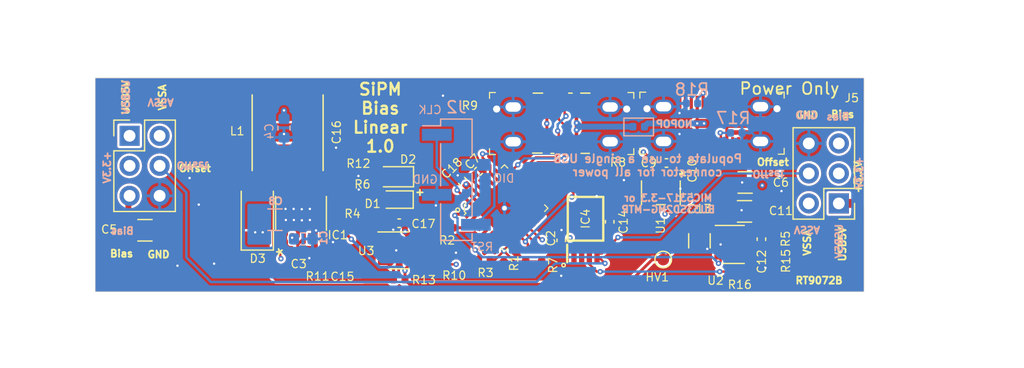
<source format=kicad_pcb>
(kicad_pcb (version 20240108) (generator "pcbnew") (generator_version "8.0")
  (layers (0 "F.Cu" signal) (1 "In1.Cu" signal "GND") (2 "In2.Cu" signal "PWR") (31 "B.Cu" signal) (34 "B.Paste" user) (35 "F.Paste" user) (36 "B.SilkS" user "B.Silkscreen") (37 "F.SilkS" user "F.Silkscreen") (38 "B.Mask" user) (39 "F.Mask" user) (44 "Edge.Cuts" user))
  (net 0 "")
  (net 1 "GND")
  (net 2 "/~{SHDN}")
  (net 3 "+5V")
  (net 4 "/SWDIO")
  (net 5 "/SWCLK")
  (net 6 "+3V3")
  (net 7 "Net-(IC1-INTVCC)")
  (net 8 "/RESET")
  (net 9 "/USB_DP")
  (net 10 "/BIAS")
  (net 11 "/SCL")
  (net 12 "/SDA")
  (net 13 "/USB_DN")
  (net 14 "/OFFSET")
  (net 15 "Net-(J4-PadB5)")
  (net 16 "Net-(J4-PadA5)")
  (net 17 "Net-(IC2-VDDCORE)")
  (net 18 "/gain")
  (net 19 "Net-(D3-K)")
  (net 20 "Net-(U2-FB)")
  (net 21 "Net-(IC4-VREF)")
  (net 22 "Net-(IC1-SS)")
  (net 23 "Net-(D1-A)")
  (net 24 "Net-(D3-A)")
  (net 25 "Net-(IC1-VC)")
  (net 27 "Net-(IC1-RT)")
  (net 53 "Net-(C15-Pad2)")
  (net 55 "/FBX")
  (net 62 "/BOOST_OUT")
  (net 63 "/Boost_Gain")
  (net 64 "/LDO_SHDN")
  (net 69 "+5VD")
  (net 70 "Net-(J1-PadA5)")
  (net 78 "Net-(J1-PadB5)")
  (footprint "footprints:R_0402_1005Metric" (layer "F.Cu") (at 181.262936 103.20432)
    (property "Reference" "R6")
    (property "Value" "52.3k")
  )
  (footprint "footprints:R_0402_1005Metric" (layer "F.Cu") (at 189.922 109.04 90)
    (property "Reference" "R10")
    (property "Value" "5.1k")
  )
  (footprint "footprints:R_0402_1005Metric" (layer "F.Cu") (at 204.422 101.64)
    (property "Reference" "R8")
    (property "Value" "5.1k")
  )
  (footprint "footprints:R_0402_1005Metric" (layer "F.Cu") (at 189.992 106.426 180)
    (property "Reference" "R2")
    (property "Value" "69.8k")
  )
  (footprint "footprints:R_0402_1005Metric" (layer "F.Cu") (at 191.897 94.915 180)
    (property "Reference" "R9")
    (property "Value" "5.1k")
  )
  (footprint "footprints:R_0402_1005Metric" (layer "F.Cu") (at 197.972 108.8 90)
    (property "Reference" "R7")
    (property "Value" "5.1k")
  )
  (footprint "footprints:LT8364IMSE-PBF" (layer "F.Cu") (at 177.618536 105.21022 90)
    (property "Reference" "IC1")
    (property "Value" "LT8364EMSE#TRPBF" (hide yes))
  )
  (footprint "Capacitor_SMD:C_0402_1005Metric" (layer "F.Cu") (at 192.622 101.64 45)
    (property "Reference" "C7")
    (property "Value" "2.2u")
  )
  (footprint "Capacitor_SMD:C_0402_1005Metric" (layer "F.Cu") (at 199.622 107.49 90)
    (property "Reference" "C2")
    (property "Value" "2.2u")
  )
  (footprint "footprints:R_0402_1005Metric" (layer "F.Cu") (at 196.622 108.79 90)
    (property "Reference" "R1")
    (property "Value" "5.1k")
  )
  (footprint "footprints:QFN-32-1EP_5x5mm_Pitch0.5mm" (layer "F.Cu") (at 195.508228 104.71759 45)
    (property "Reference" "IC2" (hide yes))
    (property "Value" "ATSAMD21E18A-MUT" (hide yes))
  )
  (footprint "footprints:IND_ETQP4M3R3KFN" (layer "F.Cu") (at 176.487936 98.38182 90)
    (property "Reference" "L1")
    (property "Value" "3.3uH")
  )
  (footprint "digikey-footprints:USB-C_Female_Vert_DX07S024WJ3R400" (layer "F.Cu") (at 199.65924 96.37268)
    (property "Reference" "J4" (hide yes))
    (property "Value" "DX07S024WJ3R400" (hide yes))
  )
  (footprint "Capacitor_SMD:C_0402_1005Metric" (layer "F.Cu") (at 208.522 100.94 180)
    (property "Reference" "C9")
    (property "Value" "2.2u")
  )
  (footprint "footprints:R_0402_1005Metric" (layer "F.Cu") (at 185.9275 110.819 180)
    (property "Reference" "R13")
    (property "Value" "5")
  )
  (footprint "footprints:R_0402_1005Metric" (layer "F.Cu") (at 179.332536 109.02092 90)
    (property "Reference" "R11")
    (property "Value" "36.5k")
  )
  (footprint "Diode_SMD:D_SOD-128" (layer "F.Cu") (at 173.922336 105.23632 90)
    (property "Reference" "D3")
    (property "Value" "PMEG6030EP")
  )
  (footprint "footprints:USB-C_Female_Vert_DX07S024WJ3R400" (layer "F.Cu") (at 212.372 96.345)
    (property "Reference" "J1" (hide yes))
    (property "Value" "DX07S024WJ3R400" (hide yes))
  )
  (footprint "footprints:PinHeader_2x03_P2.54mm_Vertical" (layer "F.Cu") (at 163.122 98.64)
    (property "Reference" "J3" (hide yes))
    (property "Value" "Conn_01x06")
  )
  (footprint "footprints:R_0402_1005Metric" (layer "F.Cu") (at 193.122 109.14)
    (property "Reference" "R3")
    (property "Value" "5.1k")
  )
  (footprint "Capacitor_SMD:C_0402_1005Metric" (layer "F.Cu") (at 216.55 107.39 -90)
    (property "Reference" "C12")
    (property "Value" "25pF")
  )
  (footprint "footprints:R_0402_1005Metric" (layer "F.Cu") (at 217.65 109.43 -90)
    (property "Reference" "R15")
    (property "Value" "48.7k")
  )
  (footprint "Capacitor_SMD:C_0402_1005Metric" (layer "F.Cu") (at 210.297 103.615 90)
    (property "Reference" "C10")
    (property "Value" "2.2u")
  )
  (footprint "Capacitor_SMD:C_1206_3216Metric" (layer "F.Cu") (at 164.422 106.64)
    (property "Reference" "C5")
    (property "Value" "2.2uF")
  )
  (footprint "Diode_SMD:D_SOD-323F" (layer "F.Cu") (at 185.634 102.106 180)
    (property "Reference" "D2")
    (property "Value" "1N4148WS")
  )
  (footprint "footprints:C_0402_1005Metric" (layer "F.Cu") (at 180.348536 109.02092 -90)
    (property "Reference" "C15")
    (property "Value" "2.2n")
  )
  (footprint "footprints:C_0402_1005Metric" (layer "F.Cu") (at 180.656536 100.46372 -90)
    (property "Reference" "C16")
    (property "Value" "10n")
  )
  (footprint "Capacitor_SMD:C_0402_1005Metric" (layer "F.Cu") (at 185.922 106.04 180)
    (property "Reference" "C17")
    (property "Value" "2.2u")
  )
  (footprint "footprints:MIC5317-3.3YM5-TR" (layer "F.Cu") (at 208.047 103.465 -90)
    (property "Reference" "U1")
    (property "Value" "MIC5317-3.3YM5-TR" (hide yes))
  )
  (footprint "Package_TO_SOT_SMD:SOT-23-6" (layer "F.Cu") (at 185.922 108.34)
    (property "Reference" "U3")
    (property "Value" "MCP6C02T-020E/CHY")
  )
  (footprint "Capacitor_SMD:C_1206_3216Metric" (layer "F.Cu") (at 215.122 105.04 180)
    (property "Reference" "C11")
    (property "Value" "2.2uF")
  )
  (footprint "footprints:C_0402_1005Metric" (layer "F.Cu") (at 177.884736 108.46212 180)
    (property "Reference" "C3")
    (property "Value" "1u")
  )
  (footprint "footprints:R_0402_1005Metric" (layer "F.Cu") (at 180.602536 104.94372 90)
    (property "Reference" "R4")
    (property "Value" "1M")
  )
  (footprint "Capacitor_SMD:C_1206_3216Metric" (layer "F.Cu") (at 211.308 107.53 -90)
    (property "Reference" "C13")
    (property "Value" "2.2uF")
  )
  (footprint "Capacitor_SMD:C_1206_3216Metric" (layer "F.Cu") (at 215.172 102.59 180)
    (property "Reference" "C6")
    (property "Value" "2.2uF")
  )
  (footprint "footprints:R_0402_1005Metric" (layer "F.Cu") (at 214.622 110.18 180)
    (property "Reference" "R16")
    (property "Value" "48.7k")
  )
  (footprint "Capacitor_SMD:C_0402_1005Metric" (layer "F.Cu") (at 203.722 105.92 -90)
    (property "Reference" "C14")
    (property "Value" "2.2u")
  )
  (footprint "TestPoint:TestPoint_Pad_D1.0mm" (layer "F.Cu") (at 208.247 109.115)
    (property "Reference" "HV1")
    (property "Value" "TestPoint")
  )
  (footprint "Package_TO_SOT_SMD:SOT-23-5" (layer "F.Cu") (at 214.2 107.84)
    (property "Reference" "U2")
    (property "Value" "RT9072B")
  )
  (footprint "footprints:R_0402_1005Metric" (layer "F.Cu") (at 217.6 107.39 -90)
    (property "Reference" "R5")
    (property "Value" "1M")
  )
  (footprint "footprints:PinHeader_2x03_P2.54mm_Vertical" (layer "F.Cu") (at 223.097 104.365 180)
    (property "Reference" "J5")
    (property "Value" "Conn_01x06")
  )
  (footprint "Capacitor_SMD:C_0402_1005Metric" (layer "F.Cu") (at 191.272 102.49 -45)
    (property "Reference" "C18")
    (property "Value" "2.2u")
  )
  (footprint "footprints:SOP65P640X120-8N" (layer "F.Cu") (at 201.676 105.664 90)
    (property "Reference" "IC4")
    (property "Value" "MCP47FEB22A2-E_ST" (hide yes))
  )
  (footprint "footprints:R_0402_1005Metric" (layer "F.Cu") (at 181.288336 102.03592)
    (property "Reference" "R12")
    (property "Value" "45.3k")
  )
  (footprint "Diode_SMD:D_0603_1608Metric" (layer "F.Cu") (at 185.622 104.04 180)
    (property "Reference" "D1")
    (property "Value" "TSZU52C4V7")
  )
  (footprint "footprints:C_0603_1608Metric" (layer "B.Cu") (at 176.177736 97.98792 -90)
    (property "Reference" "C4")
    (property "Value" "22u" (hide yes))
  )
  (footprint "Capacitor_SMD:C_1206_3216Metric" (layer "B.Cu") (at 175.420936 105.74432)
    (property "Reference" "C8")
    (property "Value" "2.2uF" (hide yes))
  )
  (footprint "footprints:R_0402_1005Metric" (layer "B.Cu") (at 206.172 97.865 180)
    (property "Reference" "R14" (hide yes))
    (property "Value" "Inf")
  )
  (footprint "footprints:C_0603_1608Metric" (layer "B.Cu") (at 177.808536 107.36992)
    (property "Reference" "C1")
    (property "Value" "22u" (hide yes))
  )
  (footprint "footprints:R_0402_1005Metric" (layer "B.Cu") (at 210.672 95.89 180)
    (property "Reference" "R18")
    (property "Value" "5.1k")
  )
  (footprint "Connector_PinHeader_2.54mm:PinHeader_1x04_P2.54mm_Vertical_SMD_Pin1Right" (layer "B.Cu") (at 190.754 102.362 180)
    (property "Reference" "J2")
    (property "Value" "Conn_01x04")
  )
  (footprint "footprints:R_0402_1005Metric" (layer "B.Cu") (at 214.422 98.39)
    (property "Reference" "R17")
    (property "Value" "5.1k")
  )
  (gr_rect (start 204.922 97.14) (end 207.422 98.64) (stroke (width 0.12)) (fill none) (layer "B.SilkS"))
  (gr_circle (center 199.822 109.59) (end 199.947 109.665) (stroke (width 0.12)) (fill none) (layer "F.SilkS"))
  (gr_line (start 200.25 95.025) (end 200.55 95.025) (stroke (width 0.12)) (layer "F.SilkS"))
  (gr_line (start 198.75 100.125) (end 199 100.125) (stroke (width 0.12)) (layer "F.SilkS"))
  (gr_circle (center 190.872 104.915) (end 190.997 105.015) (stroke (width 0.12)) (fill none) (layer "F.SilkS"))
  (gr_line (start 197.25 95.025) (end 198.05 95.025) (stroke (width 0.12)) (layer "F.SilkS"))
  (gr_line (start 197.2 100.1) (end 198 100.1) (stroke (width 0.12)) (layer "F.SilkS"))
  (gr_line (start 201.275 95.025) (end 202.05 95.025) (stroke (width 0.12)) (layer "F.SilkS"))
  (gr_line (start 201.3 100.125) (end 202 100.125) (stroke (width 0.12)) (layer "F.SilkS"))
  (gr_rect (start 160.222 93.74) (end 225.222 111.84) (stroke (width 0.05)) (fill none) (layer "Edge.Cuts"))
  (gr_text "RST" (at 192.922 108.04 0) (layer "B.SilkS") (effects (font (size 0.7 0.7) (thickness 0.1)) (justify mirror)))
  (gr_text "GND" (at 188.122 102.34 0) (layer "B.SilkS") (effects (font (size 0.7 0.7) (thickness 0.1)) (justify mirror)))
  (gr_text "Bias" (at 223.022 97.015 0) (layer "B.SilkS") (effects (font (size 0.6 0.6)) (justify mirror)))
  (gr_text "+3.3V" (at 161.222 101.315 90) (layer "B.SilkS") (effects (font (size 0.6 0.6)) (justify mirror)))
  (gr_text "GND" (at 220.347 96.915 0) (layer "B.SilkS") (effects (font (size 0.6 0.6)) (justify mirror)))
  (gr_text "Offset" (at 168.447 101.14 180) (layer "B.SilkS") (effects (font (size 0.6 0.6)) (justify mirror)))
  (gr_text "CLK" (at 188.522 96.44 0) (layer "B.SilkS") (effects (font (size 0.7 0.7) (thickness 0.1)) (justify mirror)))
  (gr_text "+3.3V" (at 224.822 101.765 90) (layer "B.SilkS") (effects (font (size 0.6 0.6)) (justify mirror)))
  (gr_text "VSSA" (at 220.397 106.59 180) (layer "B.SilkS") (effects (font (size 0.6 0.6)) (justify mirror)))
  (gr_text "NOPOP" (at 209.172 97.64 0) (layer "B.SilkS") (effects (font (size 0.6 0.6)) (justify mirror)))
  (gr_text "DIO" (at 194.772 102.24 0) (layer "B.SilkS") (effects (font (size 0.7 0.7) (thickness 0.1)) (justify mirror)))
  (gr_text "MIC5317-3.3 or\nBU33SD2MG-MTR" (at 208.672 104.39 0) (layer "B.SilkS") (effects (font (size 0.6 0.6)) (justify mirror)))
  (gr_text "Offset" (at 217.147 101.865 180) (layer "B.SilkS") (effects (font (size 0.6 0.6)) (justify mirror)))
  (gr_text "Bias" (at 162.497 106.69 0) (layer "B.SilkS") (effects (font (size 0.6 0.6)) (justify mirror)))
  (gr_text "USB5V" (at 223.122 107.565 90) (layer "B.SilkS") (effects (font (size 0.6 0.6)) (justify mirror)))
  (gr_text "USB5V" (at 162.822 95.365 90) (layer "B.SilkS") (effects (font (size 0.6 0.6)) (justify mirror)))
  (gr_text "Populate to use a single USB\nconnector for all power" (at 206.922 101.14 0) (layer "B.SilkS") (effects (font (size 0.7 0.7)) (justify mirror)))
  (gr_text "VSSA" (at 165.747 95.79 180) (layer "B.SilkS") (effects (font (size 0.6 0.6)) (justify mirror)))
  (gr_text "USB5V" (at 162.797 95.39 90) (layer "F.SilkS") (effects (font (size 0.6 0.6))))
  (gr_text "Power Only" (at 218.922 94.64 0) (layer "F.SilkS") (effects (font (size 1 1))))
  (gr_text "VSSA" (at 220.422 107.69 90) (layer "F.SilkS") (effects (font (size 0.6 0.6))))
  (gr_text "Bias" (at 162.447 108.615 0) (layer "F.SilkS") (effects (font (size 0.6 0.6))))
  (gr_text "+" (at 187.672 103.39 0) (layer "F.SilkS") (effects (font (size 0.6 0.6)) (justify mirror)))
  (gr_text "+3.3V" (at 224.722 102.14 90) (layer "F.SilkS") (effects (font (size 0.6 0.6))))
  (gr_text "GND" (at 165.572 108.69 0) (layer "F.SilkS") (effects (font (size 0.6 0.6))))
  (gr_text "GND" (at 220.422 96.89 0) (layer "F.SilkS") (effects (font (size 0.6 0.6))))
  (gr_text "Bias" (at 223.422 96.815 0) (layer "F.SilkS") (effects (font (size 0.6 0.6))))
  (gr_text "SiPM\nBias\nLinear\n1.0" (at 184.322 97.115 0) (layer "F.SilkS") (effects (font (size 1 1) (thickness 0.2))))
  (gr_text "Offset" (at 168.647 101.39 0) (layer "F.SilkS") (effects (font (size 0.6 0.6))))
  (gr_text "VSSA" (at 165.897 95.39 90) (layer "F.SilkS") (effects (font (size 0.6 0.6))))
  (gr_text "Offset" (at 217.522 100.865 0) (layer "F.SilkS") (effects (font (size 0.6 0.6))))
  (gr_text "USB5V" (at 223.397 107.815 90) (layer "F.SilkS") (effects (font (size 0.6 0.6))))
  (gr_text "RT9072B" (at 221.422 110.89 0) (layer "F.SilkS") (effects (font (size 0.6 0.6))))
  (segment (start 195.68854 107.40106) (end 194.822334 106.534854) (width 0.2) (layer "F.Cu") (net 1))
  (segment (start 193.249022 102.840221) (end 194.822334 104.413533) (width 0.2) (layer "F.Cu") (net 1))
  (segment (start 195.55924 96.20268) (end 196.55424 96.20268) (width 0.2) (layer "F.Cu") (net 1))
  (segment (start 196.55424 96.20268) (end 196.90924 95.84768) (width 0.2) (layer "F.Cu") (net 1))
  (segment (start 196.90924 99.34768) (end 195.76424 99.34768) (width 0.2) (layer "F.Cu") (net 1))
  (segment (start 178.369736 108.46212) (end 178.369736 108.952264) (width 0.2) (layer "F.Cu") (net 1))
  (segment (start 208.047 102.09975) (end 208.047 100.845) (width 0.25) (layer "F.Cu") (net 1))
  (segment (start 215.122 99.32) (end 216.266999 99.32) (width 0.25) (layer "F.Cu") (net 1))
  (segment (start 204.922 102.39) (end 204.922 101.655) (width 0.25) (layer "F.Cu") (net 1))
  (segment (start 178.887022 106.478706) (end 177.618536 105.21022) (width 0.25) (layer "F.Cu") (net 1))
  (segment (start 182.472 102.04) (end 182.44572 102.01372) (width 0.2) (layer "F.Cu") (net 1))
  (segment (start 214.872 104.94) (end 213.622 104.94) (width 0.25) (layer "F.Cu") (net 1))
  (segment (start 208.047 102.09975) (end 208.047 102.8387) (width 0.25) (layer "F.Cu") (net 1))
  (segment (start 182.44572 102.01372) (end 181.795536 102.01372) (width 0.2) (layer "F.Cu") (net 1))
  (segment (start 208.3233 103.115) (end 209.697 103.115) (width 0.25) (layer "F.Cu") (net 1))
  (segment (start 202.651 103.611) (end 202.651 102.726) (width 0.2) (layer "F.Cu") (net 1))
  (segment (start 212.4 107.84) (end 213.904022 107.84) (width 0.5) (layer "F.Cu") (net 1))
  (segment (start 213.722 105.29) (end 213.722 102.64) (width 0.2) (layer "F.Cu") (net 1))
  (segment (start 214.922 102.59) (end 213.672 102.59) (width 0.25) (layer "F.Cu") (net 1))
  (segment (start 216.896 109.818) (end 216.993 109.915) (width 0.2) (layer "F.Cu") (net 1))
  (segment (start 178.869486 107.31842) (end 178.869486 107.869276) (width 0.25) (layer "F.Cu") (net 1))
  (segment (start 193.249022 102.840221) (end 192.861411 102.45261) (width 0.2) (layer "F.Cu") (net 1))
  (segment (start 209.717 103.135) (end 209.697 103.115) (width 0.25) (layer "F.Cu") (net 1))
  (segment (start 185.422 106.59) (end 185.422 106.11) (width 0.5) (layer "F.Cu") (net 1))
  (segment (start 202.60232 99.34768) (end 203.554239 99.34768) (width 0.5) (layer "F.Cu") (net 1))
  (segment (start 165.822 106.64) (end 165.822 103.88) (width 0.5) (layer "F.Cu") (net 1))
  (segment (start 180.348536 107.666536) (end 180.322 107.64) (width 0.2) (layer "F.Cu") (net 1))
  (segment (start 202.572 95.79) (end 202.62968 95.84768) (width 0.5) (layer "F.Cu") (net 1))
  (segment (start 192.861411 102.45261) (end 192.861411 101.350589) (width 0.2) (layer "F.Cu") (net 1))
  (segment (start 211.412 108.79) (end 212.362 107.84) (width 0.5) (layer "F.Cu") (net 1))
  (segment (start 178.369736 108.369026) (end 178.869486 107.869276) (width 0.2) (layer "F.Cu") (net 1))
  (segment (start 196.90924 98.57268) (end 196.90924 95.84768) (width 0.2) (layer "F.Cu") (net 1))
  (segment (start 203.722 105.44) (end 203.722 103.797) (width 0.2) (layer "F.Cu") (net 1))
  (segment (start 213.904022 107.84) (end 214.079511 107.664511) (width 0.5) (layer "F.Cu") (net 1))
  (segment (start 202.62968 95.84768) (end 203.404239 95.84768) (width 0.5) (layer "F.Cu") (net 1))
  (segment (start 215.122 95.82) (end 216.116999 95.82) (width 0.25) (layer "F.Cu") (net 1))
  (segment (start 178.369736 108.952264) (end 178.322 109) (width 0.2) (layer "F.Cu") (net 1))
  (segment (start 180.348536 108.53592) (end 180.348536 107.666536) (width 0.2) (layer "F.Cu") (net 1))
  (segment (start 178.887022 106.649402) (end 178.887022 106.478706) (width 0.25) (layer "F.Cu") (net 1))
  (segment (start 184.7845 108.34) (end 185.672 108.34) (width 0.5) (layer "F.Cu") (net 1))
  (segment (start 216.993 109.915) (end 217.65 109.915) (width 0.2) (layer "F.Cu") (net 1))
  (segment (start 216.266999 99.32) (end 216.471999 99.115) (width 0.25) (layer "F.Cu") (net 1))
  (segment (start 181.747936 103.20432) (end 182.48268 103.20432) (width 0.2) (layer "F.Cu") (net 1))
  (segment (start 178.869486 106.666938) (end 178.887022 106.649402) (width 0.25) (layer "F.Cu") (net 1))
  (segment (start 191.412 94.915) (end 191.087 95.24) (width 0.2) (layer "F.Cu") (net 1))
  (segment (start 209.622 99.32) (end 209.622 95.82) (width 0.25) (layer "F.Cu") (net 1))
  (segment (start 182.48268 103.20432) (end 182.497 103.19) (width 0.2) (layer "F.Cu") (net 1))
  (segment (start 189.922 108.555) (end 190.707 108.555) (width 0.2) (layer "F.Cu") (net 1))
  (segment (start 191.087 95.24) (end 189.622 95.24) (width 0.2) (layer "F.Cu") (net 1))
  (segment (start 214.079511 107.664511) (end 214.079511 105.397511) (width 0.5) (layer "F.Cu") (net 1))
  (segment (start 208.047 102.8387) (end 208.3233 103.115) (width 0.25) (layer "F.Cu") (net 1))
  (segment (start 216.116999 95.82) (end 216.471999 96.175) (width 0.25) (layer "F.Cu") (net 1))
  (segment (start 202.55 99.4) (end 202.60232 99.34768) (width 0.5) (layer "F.Cu") (net 1))
  (segment (start 190.707 108.555) (end 190.722 108.54) (width 0.2) (layer "F.Cu") (net 1))
  (segment (start 196.90924 99.34768) (end 196.90924 98.57268) (width 0.2) (layer "F.Cu") (net 1))
  (segment (start 178.869486 107.31842) (end 178.869486 106.666938) (width 0.25) (layer "F.Cu") (net 1))
  (segment (start 210.297 103.135) (end 209.717 103.135) (width 0.25) (layer "F.Cu") (net 1))
  (segment (start 199.644 107.005) (end 199.644 106.618) (width 0.2) (layer "F.Cu") (net 1))
  (segment (start 203.722 103.797) (end 202.651 102.726) (width 0.2) (layer "F.Cu") (net 1))
  (segment (start 212.362 107.84) (end 212.4 107.84) (width 0.5) (layer "F.Cu") (net 1))
  (via (at 209.622 96.715) (size 0.45) (drill 0.2) (layers "F.Cu" "B.Cu") (net 1))
  (via (at 214.922 102.59) (size 0.45) (drill 0.2) (layers "F.Cu" "B.Cu") (net 1))
  (via (at 218.247 103.315) (size 0.45) (drill 0.2) (layers "F.Cu" "B.Cu") (net 1))
  (via (at 190.722 108.54) (size 0.45) (drill 0.2) (layers "F.Cu" "B.Cu") (net 1))
  (via (at 189.622 95.24) (size 0.45) (drill 0.2) (layers "F.Cu" "B.Cu") (net 1))
  (via (at 204.922 102.39) (size 0.45) (drill 0.2) (layers "F.Cu" "B.Cu") (net 1))
  (via (at 177.012669 105.76972) (size 0.45) (drill 0.2) (layers "F.Cu" "B.Cu") (net 1))
  (via (at 177.690002 105.79512) (size 0.45) (drill 0.2) (layers "F.Cu" "B.Cu") (net 1))
  (via (at 176.335336 105.76972) (size 0.45) (drill 0.2) (layers "F.Cu" "B.Cu") (net 1))
  (via (at 178.367336 104.82992) (size 0.45) (drill 0.2) (layers "F.Cu" "B.Cu") (net 1))
  (via (at 185.422 106.59) (size 0.45) (drill 0.2) (layers "F.Cu" "B.Cu") (net 1))
  (via (at 176.995736 104.82992) (size 0.45) (drill 0.2) (layers "F.Cu" "B.Cu") (net 1))
  (via (at 209.697 103.115) (size 0.45) (drill 0.2) (layers "F.Cu" "B.Cu") (net 1))
  (via (at 170.272 109.465) (size 0.45) (drill 0.2) (layers "F.Cu" "B.Cu") (net 1))
  (via (at 178.322 109) (size 0.45) (drill 0.2) (layers "F.Cu" "B.Cu") (net 1))
  (via (at 176.309936 104.82992) (size 0.45) (drill 0.2) (layers "F.Cu" "B.Cu") (net 1))
  (via (at 185.672 108.34) (size 0.45) (drill 0.2) (layers "F.Cu" "B.Cu") (net 1))
  (via (at 216.896 109.818) (size 0.45) (drill 0.2) (layers "F.Cu" "B.Cu") (net 1))
  (via (at 178.367336 105.76972) (size 0.45) (drill 0.2) (layers "F.Cu" "B.Cu") (net 1))
  (via (at 182.497 103.19) (size 0.45) (drill 0.2) (layers "F.Cu" "B.Cu") (net 1))
  (via (at 211.972 108.215) (size 0.45) (drill 0.2) (layers "F.Cu" "B.Cu") (net 1))
  (via (at 209.622 98.49) (size 0.45) (drill 0.2) (layers "F.Cu" "B.Cu") (net 1))
  (via (at 177.681536 104.85532) (size 0.45) (drill 0.2) (layers "F.Cu" "B.Cu") (net 1))
  (via (at 189.022 104.54) (size 0.45) (drill 0.2) (layers "F.Cu" "B.Cu") (net 1))
  (via (at 168.197 102.215) (size 0.45) (drill 0.2) (layers "F.Cu" "B.Cu") (net 1))
  (via (at 214.872 104.94) (size 0.45) (drill 0.2) (layers "F.Cu" "B.Cu") (net 1))
  (via (at 167.172 109.64) (size 0.45) (drill 0.2) (layers "F.Cu" "B.Cu") (net 1))
  (via (at 168.972 104.465) (size 0.45) (drill 0.2) (layers "F.Cu" "B.Cu") (net 1))
  (via (at 213.1 107.84) (size 0.45) (drill 0.2) (layers "F.Cu" "B.Cu") (net 1))
  (via (at 199.622 110.49) (size 0.45) (drill 0.2) (layers "F.Cu" "B.Cu") (net 1))
  (via (at 182.472 102.04) (size 0.45) (drill 0.2) (layers "F.Cu" "B.Cu") (net 1))
  (via (at 199.644 106.618) (size 0.45) (drill 0.2) (layers "F.Cu" "B.Cu") (net 1))
  (via (at 202.622 103.74) (size 0.45) (drill 0.2) (layers "F.Cu" "B.Cu") (net 1))
  (via (at 180.580336 99.64552) (size 0.45) (drill 0.2) (layers "F.Cu" "B.Cu") (net 1))
  (via (at 176.177736 98.48792) (size 0.45) (drill 0.2) (layers "F.Cu" "B.Cu") (net 1))
  (via (at 180.322 107.64) (size 0.45) (drill 0.2) (layers "F.Cu" "B.Cu") (net 1))
  (via (at 178.887022 106.649402) (size 0.45) (drill 0.2) (layers "F.Cu" "B.Cu") (net 1))
  (via (at 190.872 101.99) (size 0.45) (drill 0.2) (layers "F.Cu" "B.Cu") (net 1))
  (segment (start 210.187 95.89) (end 210.187 96.15) (width 0.2) (layer "B.Cu") (net 1))
  (segment (start 210.187 96.15) (end 209.622 96.715) (width 0.2) (layer "B.Cu") (net 1))
  (segment (start 215.746999 98.39) (end 216.471999 99.115) (width 0.2) (layer "B.Cu") (net 1))
  (segment (start 178.887022 106.649402) (end 178.596036 106.940388) (width 0.25) (layer "B.Cu") (net 1))
  (segment (start 189.022 104.54) (end 189.022 103.709) (width 0.2) (layer "B.Cu") (net 1))
  (segment (start 214.907 98.39) (end 215.746999 98.39) (width 0.2) (layer "B.Cu") (net 1))
  (segment (start 178.596036 106.940388) (end 178.596036 107.36992) (width 0.25) (layer "B.Cu") (net 1))
  (segment (start 189.922 109.525) (end 190.737 109.525) (width 0.2) (layer "F.Cu") (net 2))
  (segment (start 196.8224 106.3404) (end 197.922 107.44) (width 0.2) (layer "F.Cu") (net 2))
  (segment (start 190.737 109.525) (end 190.7375 109.5245) (width 0.2) (layer "F.Cu") (net 2))
  (segment (start 175.867206 107.31842) (end 175.867206 108.985206) (width 0.2) (layer "F.Cu") (net 2))
  (segment (start 175.867206 108.985206) (end 175.922 109.04) (width 0.2) (layer "F.Cu") (net 2))
  (segment (start 197.922 107.44) (end 198.022 107.44) (width 0.2) (layer "F.Cu") (net 2))
  (segment (start 196.7492 106.3404) (end 196.8224 106.3404) (width 0.2) (layer "F.Cu") (net 2))
  (via (at 175.922 109.04) (size 0.45) (drill 0.2) (layers "F.Cu" "B.Cu") (net 2))
  (via (at 198.022 107.44) (size 0.45) (drill 0.2) (layers "F.Cu" "B.Cu") (net 2))
  (via (at 190.7375 109.5245) (size 0.45) (drill 0.2) (layers "F.Cu" "B.Cu") (net 2))
  (segment (start 200.90924 97.38836) (end 200.90924 95.84768) (width 0.3) (layer "F.Cu") (net 3))
  (segment (start 200.90924 99.34768) (end 200.90924 97.38836) (width 0.3) (layer "F.Cu") (net 3))
  (segment (start 198.40924 99.34768) (end 198.40924 95.84768) (width 0.25) (layer "F.Cu") (net 3))
  (segment (start 186.402 106.7325) (end 186.41575 106.74625) (width 0.5) (layer "F.Cu") (net 3))
  (segment (start 206.572 100.015) (end 206.9345 100.3775) (width 0.25) (layer "F.Cu") (net 3))
  (segment (start 206.982 100.33) (end 206.9345 100.3775) (width 0.2) (layer "F.Cu") (net 3))
  (segment (start 208.392 100.33) (end 206.982 100.33) (width 0.2) (layer "F.Cu") (net 3))
  (segment (start 186.41575 106.74625) (end 187.0595 107.39) (width 0.5) (layer "F.Cu") (net 3))
  (segment (start 207.096999 100.539999) (end 207.096999 102.09975) (width 0.25) (layer "F.Cu") (net 3))
  (segment (start 186.402 106.09) (end 186.402 106.7325) (width 0.5) (layer "F.Cu") (net 3))
  (segment (start 206.9345 100.3775) (end 207.096999 100.539999) (width 0.25) (layer "F.Cu") (net 3))
  (segment (start 208.997001 102.09975) (end 208.997001 100.894999) (width 0.25) (layer "F.Cu") (net 3))
  (segment (start 209.002 100.94) (end 208.392 100.33) (width 0.2) (layer "F.Cu") (net 3))
  (via (at 198.4 97.6) (size 0.45) (drill 0.2) (layers "F.Cu" "B.Cu") (net 3))
  (via (at 200.925 97.55) (size 0.45) (drill 0.2) (layers "F.Cu" "B.Cu") (net 3))
  (via (at 200.922 98.14) (size 0.45) (drill 0.2) (layers "F.Cu" "B.Cu") (net 3))
  (via (at 186.41575 106.74625) (size 0.45) (drill 0.2) (layers "F.Cu" "B.Cu") (net 3))
  (via (at 206.572 100.015) (size 0.45) (drill 0.2) (layers "F.Cu" "B.Cu") (net 3))
  (via (at 176.177736 96.48792) (size 0.45) (drill 0.2) (layers "F.Cu" "B.Cu") (net 3))
  (via (at 176.868736 107.26832) (size 0.45) (drill 0.2) (layers "F.Cu" "B.Cu") (net 3))
  (segment (start 201.197 97.865) (end 200.922 98.14) (width 0.5) (layer "B.Cu") (net 3))
  (segment (start 201.24 97.865) (end 201.197 97.865) (width 0.5) (layer "B.Cu") (net 3))
  (segment (start 201.24 97.865) (end 200.925 97.55) (width 0.5) (layer "B.Cu") (net 3))
  (segment (start 205.687 97.865) (end 201.24 97.865) (width 0.5) (layer "B.Cu") (net 3))
  (segment (start 176.177736 97.20042) (end 176.177736 96.48792) (width 0.5) (layer "B.Cu") (net 3))
  (segment (start 191.807565 104.254435) (end 191.522 104.54) (width 0.2) (layer "F.Cu") (net 4))
  (via (at 191.522 104.54) (size 0.45) (drill 0.2) (layers "F.Cu" "B.Cu") (net 4))
  (segment (start 191.522 104.54) (end 192.409 103.653) (width 0.2) (layer "B.Cu") (net 4))
  (segment (start 192.409 103.653) (end 192.409 101.092) (width 0.2) (layer "B.Cu") (net 4))
  (segment (start 191.13692 103.55492) (end 190.822 103.24) (width 0.2) (layer "F.Cu") (net 5))
  (segment (start 191.8424 103.55492) (end 191.13692 103.55492) (width 0.2) (layer "F.Cu") (net 5))
  (segment (start 192.188362 103.900882) (end 191.8424 103.55492) (width 0.2) (layer "F.Cu") (net 5))
  (via (at 190.822 103.24) (size 0.45) (drill 0.2) (layers "F.Cu" "B.Cu") (net 5))
  (segment (start 190.822 103.24) (end 190.822 103) (width 0.2) (layer "B.Cu") (net 5))
  (segment (start 190.822 103) (end 189.099 101.277) (width 0.2) (layer "B.Cu") (net 5))
  (segment (start 189.099 101.277) (end 189.099 98.552) (width 0.2) (layer "B.Cu") (net 5))
  (segment (start 192.541915 103.547328) (end 191.734587 102.74) (width 0.2) (layer "F.Cu") (net 6))
  (segment (start 194.772 108.39) (end 195.667 109.285) (width 0.2) (layer "F.Cu") (net 6))
  (segment (start 193.607 109.14) (end 194.022 109.14) (width 0.2) (layer "F.Cu") (net 6))
  (segment (start 209.53175 104.83025) (end 210.247 104.115) (width 0.3) (layer "F.Cu") (net 6))
  (segment (start 208.83175 104.83025) (end 208.397 105.265) (width 0.3) (layer "F.Cu") (net 6))
  (segment (start 208.997001 104.83025) (end 208.83175 104.83025) (width 0.3) (layer "F.Cu") (net 6))
  (segment (start 199.644 107.975) (end 200.309 107.975) (width 0.2) (layer "F.Cu") (net 6))
  (segment (start 195.667 109.285) (end 197.972 109.285) (width 0.2) (layer "F.Cu") (net 6))
  (segment (start 208.997001 104.83025) (end 209.53175 104.83025) (width 0.3) (layer "F.Cu") (net 6))
  (segment (start 199.666847 107.97) (end 200.365248 107.271599) (width 0.2) (layer "F.Cu") (net 6))
  (segment (start 194.022 109.14) (end 194.772 108.39) (width 0.2) (layer "F.Cu") (net 6))
  (segment (start 194.772 108.317601) (end 194.772 108.39) (width 0.2) (layer "F.Cu") (net 6))
  (segment (start 195.334987 107.754614) (end 194.772 108.317601) (width 0.2) (layer "F.Cu") (net 6))
  (segment (start 200.309 107.975) (end 200.544 108.21) (width 0.2) (layer "F.Cu") (net 6))
  (via (at 194.772 108.39) (size 0.45) (drill 0.2) (layers "F.Cu" "B.Cu") (net 6))
  (via (at 191.572 102.74) (size 0.45) (drill 0.2) (layers "F.Cu" "B.Cu") (net 6))
  (via (at 208.397 105.265) (size 0.45) (drill 0.2) (layers "F.Cu" "B.Cu") (net 6))
  (via (at 200.365248 107.271599) (size 0.45) (drill 0.2) (layers "F.Cu" "B.Cu") (net 6))
  (segment (start 177.344877 108.407261) (end 177.344877 107.842269) (width 0.25) (layer "F.Cu") (net 7))
  (segment (start 177.344877 107.842269) (end 177.868726 107.31842) (width 0.25) (layer "F.Cu") (net 7))
  (segment (start 193.622878 101.142492) (end 192.9725 100.492114) (width 0.2) (layer "F.Cu") (net 8))
  (segment (start 193.610647 101.45397) (end 193.622878 101.441739) (width 0.2) (layer "F.Cu") (net 8))
  (segment (start 193.622878 101.441739) (end 193.622878 101.142492) (width 0.2) (layer "F.Cu") (net 8))
  (segment (start 193.956129 102.133115) (end 193.610647 101.787633) (width 0.2) (layer "F.Cu") (net 8))
  (segment (start 192.9725 100.492114) (end 192.9725 100.167498) (width 0.2) (layer "F.Cu") (net 8))
  (segment (start 193.610647 101.787633) (end 193.610647 101.45397) (width 0.2) (layer "F.Cu") (net 8))
  (via (at 192.9725 100.167498) (size 0.45) (drill 0.2) (layers "F.Cu" "B.Cu") (net 8))
  (segment (start 193.83852 100.167498) (end 193.963511 100.292489) (width 0.2) (layer "B.Cu") (net 8))
  (segment (start 192.9725 100.167498) (end 193.83852 100.167498) (width 0.2) (layer "B.Cu") (net 8))
  (segment (start 193.963511 100.292489) (end 193.963511 104.617489) (width 0.2) (layer "B.Cu") (net 8))
  (segment (start 193.963511 104.617489) (end 192.409 106.172) (width 0.2) (layer "B.Cu") (net 8))
  (segment (start 199.87768 100.54336) (end 199.87768 99.37924) (width 0.2) (layer "F.Cu") (net 9))
  (segment (start 195.334987 101.779561) (end 195.334987 101.712933) (width 0.2) (layer "F.Cu") (net 9))
  (segment (start 195.334987 101.712933) (end 195.95084 101.09708) (width 0.2) (layer "F.Cu") (net 9))
  (segment (start 199.925001 99.331919) (end 199.925001 97.763003) (width 0.2) (layer "F.Cu") (net 9))
  (segment (start 199.40924 97.247242) (end 199.40924 95.84768) (width 0.2) (layer "F.Cu") (net 9))
  (segment (start 199.925001 97.763003) (end 199.40924 97.247242) (width 0.2) (layer "F.Cu") (net 9))
  (via (at 199.87768 100.54336) (size 0.45) (drill 0.2) (layers "F.Cu" "B.Cu") (net 9))
  (via (at 195.95084 101.09708) (size 0.45) (drill 0.2) (layers "F.Cu" "B.Cu") (net 9))
  (segment (start 195.95084 101.09708) (end 196.497921 100.549999) (width 0.2) (layer "B.Cu") (net 9))
  (segment (start 199.871041 100.549999) (end 199.87768 100.54336) (width 0.2) (layer "B.Cu") (net 9))
  (segment (start 196.497921 100.549999) (end 199.871041 100.549999) (width 0.2) (layer "B.Cu") (net 9))
  (segment (start 215.3 106.702) (end 216.522 105.48) (width 0.5) (layer "F.Cu") (net 10))
  (segment (start 215.3 106.89) (end 217.585 106.89) (width 0.5) (layer "F.Cu") (net 10))
  (segment (start 163.022 106.64) (end 163.022 103.82) (width 0.5) (layer "F.Cu") (net 10))
  (segment (start 215.3 106.89) (end 215.3 106.702) (width 0.5) (layer "F.Cu") (net 10))
  (segment (start 216.622 104.94) (end 216.622 102.84) (width 0.2) (layer "F.Cu") (net 10))
  (via (at 216.622 102.84) (size 0.45) (drill 0.2) (layers "F.Cu" "B.Cu") (net 10))
  (segment (start 201.351 103.961) (end 198.723673 106.588327) (width 0.2) (layer "F.Cu") (net 11))
  (segment (start 198.723673 106.588327) (end 198.723673 108.040489) (width 0.2) (layer "F.Cu") (net 11))
  (segment (start 201.351 102.726) (end 201.351 103.961) (width 0.2) (layer "F.Cu") (net 11))
  (segment (start 198.449162 108.315) (end 197.8 108.315) (width 0.2) (layer "F.Cu") (net 11))
  (segment (start 196.395647 106.693953) (end 197.8 108.098306) (width 0.2) (layer "F.Cu") (net 11))
  (segment (start 198.723673 108.040489) (end 198.449162 108.315) (width 0.2) (layer "F.Cu") (net 11))
  (segment (start 200.6515 102.7755) (end 200.6515 103.696578) (width 0.2) (layer "F.Cu") (net 12))
  (segment (start 196.8 108.315) (end 196.8 107.805413) (width 0.2) (layer "F.Cu") (net 12))
  (segment (start 200.6515 103.696578) (end 200.5225 103.825578) (width 0.2) (layer "F.Cu") (net 12))
  (segment (start 196.597293 107.602707) (end 196.042094 107.047507) (width 0.2) (layer "F.Cu") (net 12))
  (segment (start 196.8 107.805413) (end 196.597293 107.602707) (width 0.2) (layer "F.Cu") (net 12))
  (via (at 200.5225 103.825578) (size 0.45) (drill 0.2) (layers "F.Cu" "B.Cu") (net 12))
  (via (at 196.597293 107.602707) (size 0.45) (drill 0.2) (layers "F.Cu" "B.Cu") (net 12))
  (segment (start 196.597293 107.602707) (end 196.597293 107.496291) (width 0.2) (layer "B.Cu") (net 12))
  (segment (start 200.268006 103.825578) (end 200.5225 103.825578) (width 0.2) (layer "B.Cu") (net 12))
  (segment (start 196.597293 107.496291) (end 200.268006 103.825578) (width 0.2) (layer "B.Cu") (net 12))
  (segment (start 199.325 98.225) (end 199.40924 98.30924) (width 0.2) (layer "F.Cu") (net 13))
  (segment (start 197.460923 100.474999) (end 196.167513 101.768409) (width 0.2) (layer "F.Cu") (net 13))
  (segment (start 200.025 96.975) (end 200.025 96.8) (width 0.2) (layer "F.Cu") (net 13))
  (segment (start 199.40924 99.34768) (end 199.40924 100.12268) (width 0.2) (layer "F.Cu") (net 13))
  (segment (start 196.167513 101.768409) (end 196.053246 101.768409) (width 0.2) (layer "F.Cu") (net 13))
  (segment (start 200.025 96.975) (end 199.90924 96.85924) (width 0.2) (layer "F.Cu") (net 13))
  (segment (start 199.90924 96.85924) (end 199.90924 95.84768) (width 0.2) (layer "F.Cu") (net 13))
  (segment (start 199.056921 100.474999) (end 197.460923 100.474999) (width 0.2) (layer "F.Cu") (net 13))
  (segment (start 199.40924 100.12268) (end 199.056921 100.474999) (width 0.2) (layer "F.Cu") (net 13))
  (segment (start 199.40924 98.30924) (end 199.40924 99.34768) (width 0.2) (layer "F.Cu") (net 13))
  (segment (start 196.053246 101.768409) (end 195.68854 102.133115) (width 0.2) (layer "F.Cu") (net 13))
  (via (at 199.325 98.225) (size 0.45) (drill 0.2) (layers "F.Cu" "B.Cu") (net 13))
  (via (at 200.025 96.975) (size 0.45) (drill 0.2) (layers "F.Cu" "B.Cu") (net 13))
  (segment (start 199.325 98.225) (end 199.325 97.675) (width 0.2) (layer "B.Cu") (net 13))
  (segment (start 199.325 97.675) (end 200.025 96.975) (width 0.2) (layer "B.Cu") (net 13))
  (segment (start 204.422 107.24) (end 203.06 108.602) (width 0.2) (layer "F.Cu") (net 14))
  (segment (start 202.651 108.769) (end 203.322 109.44) (width 0.2) (layer "F.Cu") (net 14))
  (segment (start 203.06 108.602) (end 202.651 108.602) (width 0.2) (layer "F.Cu") (net 14))
  (via (at 204.422 107.24) (size 0.45) (drill 0.2) (layers "F.Cu" "B.Cu") (net 14))
  (via (at 203.322 109.44) (size 0.45) (drill 0.2) (layers "F.Cu" "B.Cu") (net 14))
  (segment (start 213.362 101.825) (end 207.947 107.24) (width 0.2) (layer "B.Cu") (net 14))
  (segment (start 207.947 107.24) (end 204.422 107.24) (width 0.2) (layer "B.Cu") (net 14))
  (segment (start 220.557 101.825) (end 213.362 101.825) (width 0.2) (layer "B.Cu") (net 14))
  (segment (start 199.113299 109.44) (end 197.538299 111.015) (width 0.2) (layer "B.Cu") (net 14))
  (segment (start 167.922 108.94) (end 167.922 103.44) (width 0.2) (layer "B.Cu") (net 14))
  (segment (start 197.538299 111.015) (end 169.997 111.015) (width 0.2) (layer "B.Cu") (net 14))
  (segment (start 203.322 109.44) (end 199.113299 109.44) (width 0.2) (layer "B.Cu") (net 14))
  (segment (start 169.997 111.015) (end 167.922 108.94) (width 0.2) (layer "B.Cu") (net 14))
  (segment (start 167.922 103.44) (end 165.662 101.18) (width 0.2) (layer "B.Cu") (net 14))
  (segment (start 200.40924 99.34768) (end 200.40924 100.12268) (width 0.2) (layer "F.Cu") (net 15))
  (segment (start 203.624032 100.8) (end 203.937 101.112968) (width 0.2) (layer "F.Cu") (net 15))
  (segment (start 201.08656 100.8) (end 203.624032 100.8) (width 0.2) (layer "F.Cu") (net 15))
  (segment (start 200.40924 100.12268) (end 201.08656 100.8) (width 0.2) (layer "F.Cu") (net 15))
  (segment (start 203.937 101.112968) (end 203.937 101.64) (width 0.2) (layer "F.Cu") (net 15))
  (segment (start 198.90924 95.229078) (end 198.612394 94.932232) (width 0.2) (layer "F.Cu") (net 16))
  (segment (start 198.612394 94.932232) (end 198.076032 94.932232) (width 0.2) (layer "F.Cu") (net 16))
  (segment (start 198.90924 95.84768) (end 198.90924 95.229078) (width 0.2) (layer "F.Cu") (net 16))
  (segment (start 192.382 94.915) (end 192.43968 94.97268) (width 0.2) (layer "F.Cu") (net 16))
  (segment (start 192.43968 94.97268) (end 198.222 94.97268) (width 0.2) (layer "F.Cu") (net 16))
  (segment (start 192.895468 103.193775) (end 192.15 102.448307) (width 0.2) (layer "F.Cu") (net 17))
  (segment (start 192.15 102.448307) (end 192.15 102.085) (width 0.2) (layer "F.Cu") (net 17))
  (segment (start 213.022 110.14) (end 214.322 110.14) (width 0.2) (layer "F.Cu") (net 18))
  (segment (start 202.922 110.14) (end 202.6265 110.14) (width 0.2) (layer "F.Cu") (net 18))
  (segment (start 202.001 109.5145) (end 202.001 108.602) (width 0.2) (layer "F.Cu") (net 18))
  (segment (start 202.6265 110.14) (end 202.001 109.5145) (width 0.2) (layer "F.Cu") (net 18))
  (via (at 213.022 110.14) (size 0.45) (drill 0.2) (layers "F.Cu" "B.Cu") (net 18))
  (via (at 202.922 110.14) (size 0.45) (drill 0.2) (layers "F.Cu" "B.Cu") (net 18))
  (segment (start 202.922 110.14) (end 213.022 110.14) (width 0.2) (layer "B.Cu") (net 18))
  (segment (start 173.744536 106.81112) (end 173.744536 107.68622) (width 0.25) (layer "F.Cu") (net 19))
  (segment (start 173.922336 109.240336) (end 173.922336 107.43632) (width 0.25) (layer "F.Cu") (net 19))
  (segment (start 185.4425 109.948) (end 184.7845 109.29) (width 0.25) (layer "F.Cu") (net 19))
  (segment (start 182.843 110.819) (end 182.822 110.84) (width 0.25) (layer "F.Cu") (net 19))
  (segment (start 175.522 110.84) (end 182.822 110.84) (width 0.25) (layer "F.Cu") (net 19))
  (segment (start 185.4425 110.819) (end 182.843 110.819) (width 0.25) (layer "F.Cu") (net 19))
  (segment (start 185.4425 110.819) (end 185.4425 109.948) (width 0.25) (layer "F.Cu") (net 19))
  (segment (start 174.379536 106.81112) (end 174.379536 107.13922) (width 0.25) (layer "F.Cu") (net 19))
  (segment (start 175.522 110.84) (end 173.922336 109.240336) (width 0.25) (layer "F.Cu") (net 19))
  (via (at 173.744536 106.81112) (size 0.45) (drill 0.2) (layers "F.Cu" "B.Cu") (net 19))
  (via (at 174.379536 106.81112) (size 0.45) (drill 0.2) (layers "F.Cu" "B.Cu") (net 19))
  (segment (start 173.995536 106.27472) (end 174.379536 106.65872) (width 0.25) (layer "B.Cu") (net 19))
  (segment (start 173.995536 106.40772) (end 173.744536 106.65872) (width 0.25) (layer "B.Cu") (net 19))
  (segment (start 217.65 107.925) (end 217.6 107.875) (width 0.5) (layer "F.Cu") (net 20))
  (segment (start 215.107 108.983) (end 215.3 108.79) (width 0.5) (layer "F.Cu") (net 20))
  (segment (start 217.65 108.945) (end 217.65 107.925) (width 0.5) (layer "F.Cu") (net 20))
  (segment (start 216.55 107.875) (end 216.215 107.875) (width 0.5) (layer "F.Cu") (net 20))
  (segment (start 217.6 107.875) (end 216.55 107.875) (width 0.5) (layer "F.Cu") (net 20))
  (segment (start 216.215 107.875) (end 215.3 108.79) (width 0.5) (layer "F.Cu") (net 20))
  (segment (start 215.107 110.18) (end 215.107 108.983) (width 0.5) (layer "F.Cu") (net 20))
  (segment (start 202.5655 106.4) (end 203.722 106.4) (width 0.25) (layer "F.Cu") (net 21))
  (segment (start 201.351 108.602) (end 201.351 107.6145) (width 0.25) (layer "F.Cu") (net 21))
  (segment (start 201.351 107.6145) (end 202.5655 106.4) (width 0.25) (layer "F.Cu") (net 21))
  (segment (start 178.369106 102.392894) (end 178.369106 103.10202) (width 0.2) (layer "F.Cu") (net 22))
  (segment (start 180.803336 100.99452) (end 179.957856 101.84) (width 0.2) (layer "F.Cu") (net 22))
  (segment (start 179.957856 101.84) (end 178.922 101.84) (width 0.2) (layer "F.Cu") (net 22))
  (segment (start 178.922 101.84) (end 178.369106 102.392894) (width 0.2) (layer "F.Cu") (net 22))
  (segment (start 184.8345 104.04) (end 184.8345 102.4065) (width 0.25) (layer "F.Cu") (net 23))
  (segment (start 184.7845 107.39) (end 184.7845 104.09) (width 0.25) (layer "F.Cu") (net 23))
  (segment (start 184.8345 102.4065) (end 184.534 102.106) (width 0.25) (layer "F.Cu") (net 23))
  (segment (start 175.867206 103.10202) (end 175.867206 101.55889) (width 0.25) (layer "F.Cu") (net 24))
  (segment (start 176.639766 103.33022) (end 176.867966 103.10202) (width 0.25) (layer "F.Cu") (net 24))
  (segment (start 173.788536 103.33022) (end 176.639766 103.33022) (width 0.25) (layer "F.Cu") (net 24))
  (segment (start 179.205536 108.45972) (end 179.369866 108.29539) (width 0.25) (layer "F.Cu") (net 25))
  (segment (start 179.369866 108.36052) (end 179.369866 107.38355) (width 0.25) (layer "F.Cu") (net 25))
  (segment (start 178.869486 103.10202) (end 178.869486 102.45752) (width 0.2) (layer "F.Cu") (net 27))
  (segment (start 180.599736 102.23952) (end 180.803336 102.03592) (width 0.2) (layer "F.Cu") (net 27))
  (segment (start 178.869486 102.45752) (end 179.087486 102.23952) (width 0.2) (layer "F.Cu") (net 27))
  (segment (start 179.087486 102.23952) (end 180.599736 102.23952) (width 0.2) (layer "F.Cu") (net 27))
  (segment (start 180.348536 109.50592) (end 179.332536 109.50592) (width 0.2) (layer "F.Cu") (net 53))
  (segment (start 186.4095 102.4305) (end 186.734 102.106) (width 0.25) (layer "F.Cu") (net 55))
  (segment (start 185.668 101.04) (end 186.734 102.106) (width 0.25) (layer "F.Cu") (net 55))
  (segment (start 183.322 102.04) (end 184.322 101.04) (width 0.25) (layer "F.Cu") (net 55))
  (segment (start 186.4095 104.04) (end 186.4095 102.4305) (width 0.25) (layer "F.Cu") (net 55))
  (segment (start 182.50328 104.45872) (end 183.322 103.64) (width 0.25) (layer "F.Cu") (net 55))
  (segment (start 180.602536 103.46072) (end 180.856536 103.20672) (width 0.25) (layer "F.Cu") (net 55))
  (segment (start 179.474566 103.20672) (end 179.369866 103.10202) (width 0.25) (layer "F.Cu") (net 55))
  (segment (start 184.322 101.04) (end 185.668 101.04) (width 0.25) (layer "F.Cu") (net 55))
  (segment (start 189.507 106.426) (end 188.7955 106.426) (width 0.2) (layer "F.Cu") (net 55))
  (segment (start 180.856536 103.20672) (end 179.474566 103.20672) (width 0.25) (layer "F.Cu") (net 55))
  (segment (start 180.602536 104.45872) (end 180.602536 103.46072) (width 0.25) (layer "F.Cu") (net 55))
  (segment (start 183.322 103.64) (end 183.322 102.04) (width 0.25) (layer "F.Cu") (net 55))
  (segment (start 188.7955 106.426) (end 186.4095 104.04) (width 0.2) (layer "F.Cu") (net 55))
  (segment (start 180.602536 104.45872) (end 182.50328 104.45872) (width 0.25) (layer "F.Cu") (net 55))
  (segment (start 211.308 106.33) (end 211.868 106.89) (width 0.5) (layer "F.Cu") (net 62))
  (segment (start 207.322 109.115) (end 208.247 109.115) (width 0.25) (layer "F.Cu") (net 62))
  (segment (start 186.4125 110.819) (end 186.8085 111.215) (width 0.25) (layer "F.Cu") (net 62))
  (segment (start 180.722 106.24) (end 180.722 105.548184) (width 0.25) (layer "F.Cu") (net 62))
  (segment (start 208.247 109.115) (end 211.1 106.262) (width 0.25) (layer "F.Cu") (net 62))
  (segment (start 181.872 107.39) (end 180.722 106.24) (width 0.25) (layer "F.Cu") (net 62))
  (segment (start 186.4125 109.937) (end 187.0595 109.29) (width 0.25) (layer "F.Cu") (net 62))
  (segment (start 186.8085 111.215) (end 205.222 111.215) (width 0.25) (layer "F.Cu") (net 62))
  (segment (start 186.4125 110.819) (end 186.4125 110.0495) (width 0.25) (layer "F.Cu") (net 62))
  (segment (start 186.4125 110.0495) (end 186.4125 109.937) (width 0.25) (layer "F.Cu") (net 62))
  (segment (start 211.868 106.89) (end 213.1 106.89) (width 0.5) (layer "F.Cu") (net 62))
  (segment (start 205.222 111.215) (end 207.322 109.115) (width 0.25) (layer "F.Cu") (net 62))
  (segment (start 211.1 106.262) (end 211.176 106.262) (width 0.25) (layer "F.Cu") (net 62))
  (via (at 181.872 107.39) (size 0.45) (drill 0.2) (layers "F.Cu" "B.Cu") (net 62))
  (via (at 186.4125 110.0495) (size 0.45) (drill 0.2) (layers "F.Cu" "B.Cu") (net 62))
  (segment (start 184.247 109.765) (end 186.128 109.765) (width 0.25) (layer "B.Cu") (net 62))
  (segment (start 181.872 107.39) (end 184.247 109.765) (width 0.25) (layer "B.Cu") (net 62))
  (segment (start 186.128 109.765) (end 186.4125 110.0495) (width 0.25) (layer "B.Cu") (net 62))
  (segment (start 190.477 106.426) (end 192.102762 106.426) (width 0.25) (layer "F.Cu") (net 63))
  (segment (start 192.102762 106.426) (end 192.541915 105.986847) (width 0.25) (layer "F.Cu") (net 63))
  (segment (start 212.922 109.44) (end 213.1 109.262) (width 0.2) (layer "F.Cu") (net 64))
  (segment (start 192.637 108.5884) (end 192.3553 108.3067) (width 0.2) (layer "F.Cu") (net 64))
  (segment (start 213.1 109.262) (end 213.1 108.79) (width 0.2) (layer "F.Cu") (net 64))
  (segment (start 190.73186 105.27974) (end 191.834808 105.27974) (width 0.25) (layer "F.Cu") (net 64))
  (segment (start 192.637 109.14) (end 192.637 108.5884) (width 0.2) (layer "F.Cu") (net 64))
  (segment (start 190.627 105.3846) (end 190.73186 105.27974) (width 0.25) (layer "F.Cu") (net 64))
  (via (at 212.922 109.44) (size 0.45) (drill 0.2) (layers "F.Cu" "B.Cu") (net 64))
  (via (at 190.627 105.3846) (size 0.45) (drill 0.2) (layers "F.Cu" "B.Cu") (net 64))
  (via (at 192.3553 108.3067) (size 0.45) (drill 0.2) (layers "F.Cu" "B.Cu") (net 64))
  (segment (start 192.3553 108.3067) (end 190.854489 106.805889) (width 0.2) (layer "B.Cu") (net 64))
  (segment (start 190.854489 106.805889) (end 190.854489 105.612089) (width 0.2) (layer "B.Cu") (net 64))
  (segment (start 190.854489 105.612089) (end 190.627 105.3846) (width 0.2) (layer "B.Cu") (net 64))
  (segment (start 192.963101 108.914501) (end 192.3553 108.3067) (width 0.2) (layer "B.Cu") (net 64))
  (segment (start 212.922 109.44) (end 212.396501 108.914501) (width 0.2) (layer "B.Cu") (net 64))
  (segment (start 212.396501 108.914501) (end 192.963101 108.914501) (width 0.2) (layer "B.Cu") (net 64))
  (segment (start 224.447 104.365) (end 223.097 104.365) (width 0.75) (layer "F.Cu") (net 69))
  (segment (start 224.272 97.59) (end 224.647 97.965) (width 0.75) (layer "F.Cu") (net 69))
  (segment (start 211.122 95.82) (end 211.122 97.59) (width 0.25) (layer "F.Cu") (net 69))
  (segment (start 213.622 95.82) (end 213.622 99.32) (width 0.25) (layer "F.Cu") (net 69))
  (segment (start 224.647 97.965) (end 224.647 104.165) (width 0.75) (layer "F.Cu") (net 69))
  (segment (start 224.647 104.165) (end 224.447 104.365) (width 0.75) (layer "F.Cu") (net 69))
  (segment (start 211.122 97.59) (end 224.272 97.59) (width 0.75) (layer "F.Cu") (net 69))
  (segment (start 211.122 97.59) (end 211.122 99.32) (width 0.25) (layer "F.Cu") (net 69))
  (via (at 211.697 97.59) (size 0.45) (drill 0.2) (layers "F.Cu" "B.Cu") (net 69))
  (via (at 211.122 97.59) (size 0.45) (drill 0.2) (layers "F.Cu" "B.Cu") (net 69))
  (segment (start 206.932 97.59) (end 211.697 97.59) (width 0.5) (layer "B.Cu") (net 69))
  (segment (start 206.657 97.865) (end 206.932 97.59) (width 0.5) (layer "B.Cu") (net 69))
  (segment (start 211.622001 95.02826) (end 211.622 95.82) (width 0.2) (layer "F.Cu") (net 70))
  (via (at 211.622001 95.02826) (size 0.45) (drill 0.2) (layers "F.Cu" "B.Cu") (net 70))
  (segment (start 211.157 95.493261) (end 211.622001 95.02826) (width 0.2) (layer "B.Cu") (net 70))
  (segment (start 211.157 95.89) (end 211.157 95.493261) (width 0.2) (layer "B.Cu") (net 70))
  (segment (start 213.122 99.32) (end 213.122 98.4395) (width 0.2) (layer "F.Cu") (net 78))
  (segment (start 213.122 98.4395) (end 213.0725 98.39) (width 0.2) (layer "F.Cu") (net 78))
  (via (at 213.0725 98.39) (size 0.45) (drill 0.2) (layers "F.Cu" "B.Cu") (net 78))
  (segment (start 213.0725 98.39) (end 213.937 98.39) (width 0.2) (layer "B.Cu") (net 78))
  (zone (net 1) (net_name "GND") (layer "F.Cu") (connect_pads yes (clearance 0.2)) (min_thickness 0.2) (fill yes (thermal_gap 0.25) (thermal_bridge_width 0.25))
    (polygon (pts (xy 238.754 87.2234) (xy 238.754 118.2234) (xy 157.422 118.091355) (xy 157.422 87.14)))
  )
  (zone (net 10) (net_name "/BIAS") (layer "F.Cu") (priority 1) (connect_pads yes (clearance 0.4)) (min_thickness 0.4) (fill yes (thermal_gap 0.508) (thermal_bridge_width 0.508))
    (polygon (pts (xy 217.897 107.29) (xy 214.822 107.29) (xy 214.822 106.09) (xy 215.722 105.615) (xy 215.722 101.365) (xy 217.897 101.365)))
  )
  (zone (net 24) (net_name "Net-(D3-A)") (layer "F.Cu") (priority 1) (connect_pads yes (clearance 0.254)) (min_thickness 0.254) (fill yes (thermal_gap 0.508) (thermal_bridge_width 0.508))
    (polygon (pts (xy 177.1757 103.687933) (xy 172.8757 103.717133) (xy 172.877736 99.38792) (xy 177.177736 99.38792)))
  )
  (zone (net 1) (net_name "GND") (layer "B.Cu") (connect_pads (clearance 0.2)) (min_thickness 0.2) (fill yes (thermal_gap 0.25) (thermal_bridge_width 0.25))
    (polygon (pts (xy 229.422 87.14) (xy 229.634 118.2834) (xy 155.555259 118.305859) (xy 155.518259 87.162459)))
  )
  (zone (net 19) (net_name "Net-(D3-K)") (layer "B.Cu") (priority 1) (connect_pads yes (clearance 0)) (min_thickness 0.254) (fill yes (thermal_gap 0.508) (thermal_bridge_width 0.508))
    (polygon (pts (xy 175.090736 107.85252) (xy 173.084136 107.85252) (xy 173.084136 104.39812) (xy 175.090736 104.39812)))
  )
)
</source>
